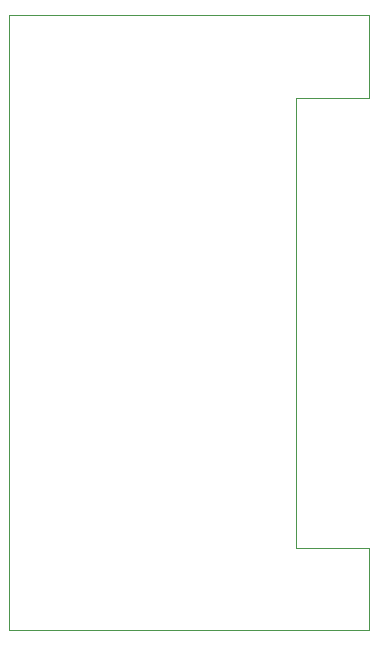
<source format=gbr>
G04 #@! TF.GenerationSoftware,KiCad,Pcbnew,(5.1.6)-1*
G04 #@! TF.CreationDate,2020-10-18T19:43:42+02:00*
G04 #@! TF.ProjectId,BreadboardPowerSupply,42726561-6462-46f6-9172-64506f776572,v1*
G04 #@! TF.SameCoordinates,Original*
G04 #@! TF.FileFunction,Profile,NP*
%FSLAX46Y46*%
G04 Gerber Fmt 4.6, Leading zero omitted, Abs format (unit mm)*
G04 Created by KiCad (PCBNEW (5.1.6)-1) date 2020-10-18 19:43:42*
%MOMM*%
%LPD*%
G01*
G04 APERTURE LIST*
G04 #@! TA.AperFunction,Profile*
%ADD10C,0.050000*%
G04 #@! TD*
G04 APERTURE END LIST*
D10*
X157099000Y-67818000D02*
X126619000Y-67818000D01*
X157099000Y-74803000D02*
X157099000Y-67818000D01*
X150876000Y-74803000D02*
X157099000Y-74803000D01*
X150876000Y-112903000D02*
X150876000Y-74803000D01*
X157099000Y-112903000D02*
X150876000Y-112903000D01*
X157099000Y-119888000D02*
X157099000Y-112903000D01*
X126619000Y-119888000D02*
X157099000Y-119888000D01*
X126619000Y-67818000D02*
X126619000Y-119888000D01*
M02*

</source>
